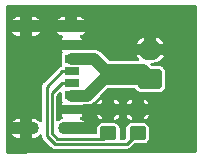
<source format=gtl>
G04 #@! TF.GenerationSoftware,KiCad,Pcbnew,(6.0.0)*
G04 #@! TF.CreationDate,2023-03-26T21:44:28-04:00*
G04 #@! TF.ProjectId,stroboscope_usb_c_0v1,7374726f-626f-4736-936f-70655f757362,rev?*
G04 #@! TF.SameCoordinates,Original*
G04 #@! TF.FileFunction,Copper,L1,Top*
G04 #@! TF.FilePolarity,Positive*
%FSLAX46Y46*%
G04 Gerber Fmt 4.6, Leading zero omitted, Abs format (unit mm)*
G04 Created by KiCad (PCBNEW (6.0.0)) date 2023-03-26 21:44:28*
%MOMM*%
%LPD*%
G01*
G04 APERTURE LIST*
G04 Aperture macros list*
%AMRoundRect*
0 Rectangle with rounded corners*
0 $1 Rounding radius*
0 $2 $3 $4 $5 $6 $7 $8 $9 X,Y pos of 4 corners*
0 Add a 4 corners polygon primitive as box body*
4,1,4,$2,$3,$4,$5,$6,$7,$8,$9,$2,$3,0*
0 Add four circle primitives for the rounded corners*
1,1,$1+$1,$2,$3*
1,1,$1+$1,$4,$5*
1,1,$1+$1,$6,$7*
1,1,$1+$1,$8,$9*
0 Add four rect primitives between the rounded corners*
20,1,$1+$1,$2,$3,$4,$5,0*
20,1,$1+$1,$4,$5,$6,$7,0*
20,1,$1+$1,$6,$7,$8,$9,0*
20,1,$1+$1,$8,$9,$2,$3,0*%
G04 Aperture macros list end*
G04 #@! TA.AperFunction,SMDPad,CuDef*
%ADD10RoundRect,0.250000X0.450000X-0.350000X0.450000X0.350000X-0.450000X0.350000X-0.450000X-0.350000X0*%
G04 #@! TD*
G04 #@! TA.AperFunction,SMDPad,CuDef*
%ADD11R,1.200000X0.700000*%
G04 #@! TD*
G04 #@! TA.AperFunction,SMDPad,CuDef*
%ADD12R,1.200000X0.760000*%
G04 #@! TD*
G04 #@! TA.AperFunction,SMDPad,CuDef*
%ADD13R,1.200000X0.800000*%
G04 #@! TD*
G04 #@! TA.AperFunction,ComponentPad*
%ADD14O,2.200000X1.100000*%
G04 #@! TD*
G04 #@! TA.AperFunction,ComponentPad*
%ADD15RoundRect,0.250000X0.750000X-0.600000X0.750000X0.600000X-0.750000X0.600000X-0.750000X-0.600000X0*%
G04 #@! TD*
G04 #@! TA.AperFunction,ComponentPad*
%ADD16O,2.000000X1.700000*%
G04 #@! TD*
G04 #@! TA.AperFunction,Conductor*
%ADD17C,0.250000*%
G04 #@! TD*
G04 #@! TA.AperFunction,Conductor*
%ADD18C,1.000000*%
G04 #@! TD*
G04 APERTURE END LIST*
D10*
X124764800Y-98332800D03*
X124764800Y-96332800D03*
X127254000Y-98332800D03*
X127254000Y-96332800D03*
D11*
X121680000Y-93100000D03*
D12*
X121680000Y-95120000D03*
D13*
X121680000Y-96350000D03*
D11*
X121680000Y-94100000D03*
D12*
X121680000Y-92080000D03*
D13*
X121680000Y-90850000D03*
D14*
X117800000Y-89280000D03*
X117800000Y-97920000D03*
X121600000Y-89280000D03*
X121600000Y-97920000D03*
D15*
X128317800Y-93756800D03*
D16*
X128317800Y-91256800D03*
D17*
X126329480Y-99257320D02*
X127254000Y-98332800D01*
X119540080Y-94389920D02*
X119540080Y-98559680D01*
X121680000Y-93100000D02*
X120830000Y-93100000D01*
X119540080Y-98559680D02*
X120237720Y-99257320D01*
X120237720Y-99257320D02*
X126329480Y-99257320D01*
X120830000Y-93100000D02*
X119540080Y-94389920D01*
D18*
X122979511Y-95149511D02*
X121680000Y-95149511D01*
X128317800Y-93756800D02*
X128317800Y-93598152D01*
X128317800Y-93598152D02*
X127683648Y-92964000D01*
X124372222Y-93756800D02*
X122979511Y-95149511D01*
X127683648Y-92964000D02*
X124510800Y-92964000D01*
X123597289Y-92050489D02*
X121680000Y-92050489D01*
X128317800Y-93756800D02*
X124372222Y-93756800D01*
X124510800Y-92964000D02*
X123597289Y-92050489D01*
D17*
X120435320Y-98794520D02*
X124303080Y-98794520D01*
X124303080Y-98794520D02*
X124764800Y-98332800D01*
X121680000Y-94100000D02*
X120830000Y-94100000D01*
X119989600Y-94940400D02*
X119989600Y-98348800D01*
X119989600Y-98348800D02*
X120435320Y-98794520D01*
X120830000Y-94100000D02*
X119989600Y-94940400D01*
G04 #@! TA.AperFunction,Conductor*
G36*
X132188121Y-87497602D02*
G01*
X132234614Y-87551258D01*
X132246000Y-87603600D01*
X132246000Y-99851225D01*
X132225998Y-99919346D01*
X132172342Y-99965839D01*
X132120762Y-99977223D01*
X119515506Y-100053388D01*
X116260761Y-100073054D01*
X116192521Y-100053464D01*
X116145705Y-100000090D01*
X116134000Y-99947056D01*
X116134000Y-98423237D01*
X116621358Y-98423237D01*
X116624783Y-98430738D01*
X116733701Y-98541961D01*
X116744560Y-98550818D01*
X116884324Y-98640889D01*
X116896877Y-98647121D01*
X117053127Y-98703991D01*
X117066742Y-98707284D01*
X117195130Y-98723503D01*
X117203020Y-98724000D01*
X117281885Y-98724000D01*
X117297124Y-98719525D01*
X117298329Y-98718135D01*
X117300000Y-98710452D01*
X117300000Y-98705885D01*
X118300000Y-98705885D01*
X118304475Y-98721124D01*
X118305865Y-98722329D01*
X118313548Y-98724000D01*
X118391828Y-98724000D01*
X118398852Y-98723607D01*
X118522253Y-98709766D01*
X118535906Y-98706664D01*
X118692938Y-98651979D01*
X118705571Y-98645926D01*
X118846589Y-98557809D01*
X118857562Y-98549112D01*
X118941926Y-98465335D01*
X119004357Y-98431528D01*
X119075155Y-98436840D01*
X119131841Y-98479585D01*
X119154754Y-98541675D01*
X119155760Y-98541556D01*
X119157684Y-98557809D01*
X119159707Y-98574903D01*
X119160057Y-98580834D01*
X119160152Y-98580826D01*
X119160580Y-98586004D01*
X119160580Y-98591204D01*
X119161434Y-98596333D01*
X119161434Y-98596336D01*
X119163749Y-98610245D01*
X119164586Y-98616123D01*
X119170610Y-98667021D01*
X119174573Y-98675273D01*
X119176076Y-98684306D01*
X119181023Y-98693475D01*
X119181024Y-98693477D01*
X119194329Y-98718135D01*
X119199188Y-98727139D01*
X119200414Y-98729412D01*
X119203111Y-98734705D01*
X119221865Y-98773762D01*
X119221868Y-98773766D01*
X119225299Y-98780912D01*
X119228894Y-98785188D01*
X119230817Y-98787111D01*
X119232589Y-98789043D01*
X119232632Y-98789122D01*
X119232508Y-98789235D01*
X119232984Y-98789775D01*
X119236070Y-98795494D01*
X119243715Y-98802561D01*
X119275666Y-98832096D01*
X119279232Y-98835526D01*
X119931242Y-99487536D01*
X119946384Y-99506284D01*
X119947499Y-99507509D01*
X119953149Y-99516260D01*
X119961327Y-99522707D01*
X119961329Y-99522709D01*
X119979520Y-99537049D01*
X119983961Y-99540995D01*
X119984023Y-99540922D01*
X119987987Y-99544281D01*
X119991664Y-99547958D01*
X120007412Y-99559212D01*
X120012082Y-99562718D01*
X120052367Y-99594476D01*
X120061001Y-99597508D01*
X120068454Y-99602834D01*
X120117570Y-99617523D01*
X120123212Y-99619356D01*
X120163919Y-99633651D01*
X120171571Y-99636338D01*
X120177136Y-99636820D01*
X120179844Y-99636820D01*
X120182478Y-99636934D01*
X120182576Y-99636963D01*
X120182569Y-99637127D01*
X120183273Y-99637171D01*
X120189498Y-99639033D01*
X120243355Y-99636917D01*
X120248302Y-99636820D01*
X126275560Y-99636820D01*
X126299508Y-99639369D01*
X126301173Y-99639448D01*
X126311356Y-99641640D01*
X126321697Y-99640416D01*
X126344703Y-99637693D01*
X126350634Y-99637343D01*
X126350626Y-99637248D01*
X126355804Y-99636820D01*
X126361004Y-99636820D01*
X126366133Y-99635966D01*
X126366136Y-99635966D01*
X126380045Y-99633651D01*
X126385923Y-99632814D01*
X126426481Y-99628014D01*
X126426482Y-99628014D01*
X126436821Y-99626790D01*
X126445073Y-99622827D01*
X126454106Y-99621324D01*
X126463275Y-99616377D01*
X126463277Y-99616376D01*
X126499212Y-99596986D01*
X126504505Y-99594289D01*
X126543562Y-99575535D01*
X126543566Y-99575532D01*
X126550712Y-99572101D01*
X126554988Y-99568506D01*
X126556911Y-99566583D01*
X126558843Y-99564811D01*
X126558922Y-99564768D01*
X126559035Y-99564892D01*
X126559575Y-99564416D01*
X126565294Y-99561330D01*
X126601897Y-99521733D01*
X126605326Y-99518168D01*
X126899289Y-99224205D01*
X126961601Y-99190179D01*
X126988384Y-99187300D01*
X127751756Y-99187300D01*
X127755153Y-99186931D01*
X127805597Y-99181451D01*
X127805598Y-99181451D01*
X127813448Y-99180598D01*
X127820841Y-99177826D01*
X127820843Y-99177826D01*
X127859046Y-99163504D01*
X127948764Y-99129871D01*
X127955943Y-99124491D01*
X127955946Y-99124489D01*
X128057224Y-99048585D01*
X128064404Y-99043204D01*
X128079713Y-99022777D01*
X128145689Y-98934746D01*
X128145691Y-98934743D01*
X128151071Y-98927564D01*
X128201798Y-98792248D01*
X128208500Y-98730556D01*
X128208500Y-97935044D01*
X128201798Y-97873352D01*
X128151071Y-97738036D01*
X128145691Y-97730857D01*
X128145689Y-97730854D01*
X128069785Y-97629576D01*
X128064404Y-97622396D01*
X127962469Y-97546000D01*
X127955946Y-97541111D01*
X127955943Y-97541109D01*
X127948764Y-97535729D01*
X127859046Y-97502096D01*
X127820843Y-97487774D01*
X127820841Y-97487774D01*
X127813448Y-97485002D01*
X127805598Y-97484149D01*
X127805597Y-97484149D01*
X127755153Y-97478669D01*
X127755152Y-97478669D01*
X127751756Y-97478300D01*
X126756244Y-97478300D01*
X126752848Y-97478669D01*
X126752847Y-97478669D01*
X126702403Y-97484149D01*
X126702402Y-97484149D01*
X126694552Y-97485002D01*
X126687159Y-97487774D01*
X126687157Y-97487774D01*
X126648954Y-97502096D01*
X126559236Y-97535729D01*
X126552057Y-97541109D01*
X126552054Y-97541111D01*
X126545531Y-97546000D01*
X126443596Y-97622396D01*
X126438215Y-97629576D01*
X126362311Y-97730854D01*
X126362309Y-97730857D01*
X126356929Y-97738036D01*
X126306202Y-97873352D01*
X126299500Y-97935044D01*
X126299500Y-98698416D01*
X126279498Y-98766537D01*
X126262595Y-98787511D01*
X126209191Y-98840915D01*
X126146879Y-98874941D01*
X126120096Y-98877820D01*
X125843731Y-98877820D01*
X125775610Y-98857818D01*
X125729117Y-98804162D01*
X125718468Y-98738210D01*
X125719300Y-98730556D01*
X125719300Y-97935044D01*
X125712598Y-97873352D01*
X125661871Y-97738036D01*
X125656491Y-97730857D01*
X125656489Y-97730854D01*
X125580585Y-97629576D01*
X125575204Y-97622396D01*
X125473269Y-97546000D01*
X125466746Y-97541111D01*
X125466743Y-97541109D01*
X125459564Y-97535729D01*
X125369846Y-97502096D01*
X125331643Y-97487774D01*
X125331641Y-97487774D01*
X125324248Y-97485002D01*
X125316398Y-97484149D01*
X125316397Y-97484149D01*
X125265953Y-97478669D01*
X125265952Y-97478669D01*
X125262556Y-97478300D01*
X124267044Y-97478300D01*
X124263648Y-97478669D01*
X124263647Y-97478669D01*
X124213203Y-97484149D01*
X124213202Y-97484149D01*
X124205352Y-97485002D01*
X124197959Y-97487774D01*
X124197957Y-97487774D01*
X124159754Y-97502096D01*
X124070036Y-97535729D01*
X124062857Y-97541109D01*
X124062854Y-97541111D01*
X124056331Y-97546000D01*
X123954396Y-97622396D01*
X123949015Y-97629576D01*
X123873111Y-97730854D01*
X123873109Y-97730857D01*
X123867729Y-97738036D01*
X123817002Y-97873352D01*
X123810300Y-97935044D01*
X123810300Y-98289020D01*
X123790298Y-98357141D01*
X123736642Y-98403634D01*
X123684300Y-98415020D01*
X121226000Y-98415020D01*
X121157879Y-98395018D01*
X121111386Y-98341362D01*
X121100000Y-98289020D01*
X121100000Y-97546000D01*
X121120002Y-97477879D01*
X121173658Y-97431386D01*
X121226000Y-97420000D01*
X122767617Y-97420000D01*
X122778642Y-97416763D01*
X122775217Y-97409262D01*
X122666299Y-97298039D01*
X122655440Y-97289182D01*
X122515676Y-97199111D01*
X122503123Y-97192879D01*
X122459198Y-97176892D01*
X122402026Y-97134798D01*
X122376688Y-97068477D01*
X122391229Y-96998985D01*
X122432292Y-96953725D01*
X122452808Y-96940017D01*
X122470017Y-96922808D01*
X122512368Y-96859425D01*
X122519279Y-96842740D01*
X123836464Y-96842740D01*
X123865022Y-96918919D01*
X123873554Y-96934504D01*
X123949372Y-97035667D01*
X123961933Y-97048228D01*
X124063096Y-97124046D01*
X124078682Y-97132578D01*
X124198059Y-97177331D01*
X124213317Y-97180959D01*
X124246789Y-97184595D01*
X124261382Y-97181978D01*
X124264800Y-97169547D01*
X124264800Y-97168435D01*
X125264800Y-97168435D01*
X125268976Y-97182658D01*
X125281707Y-97184714D01*
X125316283Y-97180958D01*
X125331540Y-97177331D01*
X125450918Y-97132578D01*
X125466504Y-97124046D01*
X125567667Y-97048228D01*
X125580228Y-97035667D01*
X125656046Y-96934504D01*
X125664578Y-96918919D01*
X125690502Y-96849764D01*
X125691016Y-96842740D01*
X126325664Y-96842740D01*
X126354222Y-96918919D01*
X126362754Y-96934504D01*
X126438572Y-97035667D01*
X126451133Y-97048228D01*
X126552296Y-97124046D01*
X126567882Y-97132578D01*
X126687259Y-97177331D01*
X126702517Y-97180959D01*
X126735989Y-97184595D01*
X126750582Y-97181978D01*
X126754000Y-97169547D01*
X126754000Y-97168435D01*
X127754000Y-97168435D01*
X127758176Y-97182658D01*
X127770907Y-97184714D01*
X127805483Y-97180958D01*
X127820740Y-97177331D01*
X127940118Y-97132578D01*
X127955704Y-97124046D01*
X128056867Y-97048228D01*
X128069428Y-97035667D01*
X128145246Y-96934504D01*
X128153778Y-96918919D01*
X128179702Y-96849764D01*
X128180732Y-96835698D01*
X128175446Y-96832800D01*
X127772115Y-96832800D01*
X127756876Y-96837275D01*
X127755671Y-96838665D01*
X127754000Y-96846348D01*
X127754000Y-97168435D01*
X126754000Y-97168435D01*
X126754000Y-96850915D01*
X126749525Y-96835676D01*
X126748135Y-96834471D01*
X126740452Y-96832800D01*
X126340053Y-96832800D01*
X126326522Y-96836773D01*
X126325664Y-96842740D01*
X125691016Y-96842740D01*
X125691532Y-96835698D01*
X125686246Y-96832800D01*
X125282915Y-96832800D01*
X125267676Y-96837275D01*
X125266471Y-96838665D01*
X125264800Y-96846348D01*
X125264800Y-97168435D01*
X124264800Y-97168435D01*
X124264800Y-96850915D01*
X124260325Y-96835676D01*
X124258935Y-96834471D01*
X124251252Y-96832800D01*
X123850853Y-96832800D01*
X123837322Y-96836773D01*
X123836464Y-96842740D01*
X122519279Y-96842740D01*
X122521684Y-96836934D01*
X122532793Y-96781085D01*
X122534000Y-96768830D01*
X122534000Y-96768115D01*
X122529525Y-96752876D01*
X122528135Y-96751671D01*
X122520452Y-96750000D01*
X120844116Y-96750000D01*
X120828877Y-96754475D01*
X120827672Y-96755865D01*
X120826001Y-96763548D01*
X120826001Y-96768828D01*
X120827209Y-96781088D01*
X120838315Y-96836931D01*
X120847633Y-96859427D01*
X120889983Y-96922808D01*
X120897417Y-96930242D01*
X120931443Y-96992554D01*
X120926378Y-97063369D01*
X120883831Y-97120205D01*
X120849760Y-97138328D01*
X120707060Y-97188022D01*
X120694428Y-97194074D01*
X120561870Y-97276905D01*
X120493501Y-97296041D01*
X120425639Y-97275176D01*
X120379831Y-97220934D01*
X120369100Y-97170051D01*
X120369100Y-95149784D01*
X120389102Y-95081663D01*
X120406005Y-95060689D01*
X120610405Y-94856289D01*
X120672717Y-94822263D01*
X120743532Y-94827328D01*
X120800368Y-94869875D01*
X120825179Y-94936395D01*
X120825500Y-94945384D01*
X120825501Y-95480886D01*
X120825501Y-95525066D01*
X120840266Y-95599301D01*
X120847161Y-95609621D01*
X120847162Y-95609622D01*
X120877782Y-95655448D01*
X120898997Y-95723201D01*
X120877782Y-95795452D01*
X120847632Y-95840574D01*
X120838316Y-95863066D01*
X120827207Y-95918915D01*
X120826000Y-95931170D01*
X120826000Y-95931885D01*
X120830475Y-95947124D01*
X120831865Y-95948329D01*
X120839548Y-95950000D01*
X122515884Y-95950000D01*
X122533628Y-95944790D01*
X122589140Y-95909115D01*
X122624638Y-95904011D01*
X122912746Y-95904011D01*
X122931696Y-95905444D01*
X122945766Y-95907585D01*
X122945770Y-95907585D01*
X122953000Y-95908685D01*
X122960291Y-95908092D01*
X122960294Y-95908092D01*
X123005359Y-95904426D01*
X123015574Y-95904011D01*
X123023564Y-95904011D01*
X123030813Y-95903166D01*
X123051624Y-95900740D01*
X123055998Y-95900307D01*
X123121060Y-95895015D01*
X123121063Y-95895014D01*
X123128358Y-95894421D01*
X123135320Y-95892166D01*
X123141188Y-95890993D01*
X123146995Y-95889621D01*
X123154265Y-95888773D01*
X123222571Y-95863979D01*
X123226674Y-95862571D01*
X123295733Y-95840199D01*
X123301990Y-95836402D01*
X123307437Y-95833909D01*
X123312765Y-95831241D01*
X123316453Y-95829902D01*
X123838068Y-95829902D01*
X123843354Y-95832800D01*
X124246685Y-95832800D01*
X124261924Y-95828325D01*
X124263129Y-95826935D01*
X124264800Y-95819252D01*
X124264800Y-95814685D01*
X125264800Y-95814685D01*
X125269275Y-95829924D01*
X125270665Y-95831129D01*
X125278348Y-95832800D01*
X125678747Y-95832800D01*
X125688617Y-95829902D01*
X126327268Y-95829902D01*
X126332554Y-95832800D01*
X126735885Y-95832800D01*
X126751124Y-95828325D01*
X126752329Y-95826935D01*
X126754000Y-95819252D01*
X126754000Y-95814685D01*
X127754000Y-95814685D01*
X127758475Y-95829924D01*
X127759865Y-95831129D01*
X127767548Y-95832800D01*
X128167947Y-95832800D01*
X128181478Y-95828827D01*
X128182336Y-95822860D01*
X128153778Y-95746681D01*
X128145246Y-95731096D01*
X128069428Y-95629933D01*
X128056867Y-95617372D01*
X127955704Y-95541554D01*
X127940118Y-95533022D01*
X127820741Y-95488269D01*
X127805483Y-95484641D01*
X127772011Y-95481005D01*
X127757418Y-95483622D01*
X127754000Y-95496053D01*
X127754000Y-95814685D01*
X126754000Y-95814685D01*
X126754000Y-95497165D01*
X126749824Y-95482942D01*
X126737093Y-95480886D01*
X126702517Y-95484642D01*
X126687260Y-95488269D01*
X126567882Y-95533022D01*
X126552296Y-95541554D01*
X126451133Y-95617372D01*
X126438572Y-95629933D01*
X126362754Y-95731096D01*
X126354222Y-95746681D01*
X126328298Y-95815836D01*
X126327268Y-95829902D01*
X125688617Y-95829902D01*
X125692278Y-95828827D01*
X125693136Y-95822860D01*
X125664578Y-95746681D01*
X125656046Y-95731096D01*
X125580228Y-95629933D01*
X125567667Y-95617372D01*
X125466504Y-95541554D01*
X125450918Y-95533022D01*
X125331541Y-95488269D01*
X125316283Y-95484641D01*
X125282811Y-95481005D01*
X125268218Y-95483622D01*
X125264800Y-95496053D01*
X125264800Y-95814685D01*
X124264800Y-95814685D01*
X124264800Y-95497165D01*
X124260624Y-95482942D01*
X124247893Y-95480886D01*
X124213317Y-95484642D01*
X124198060Y-95488269D01*
X124078682Y-95533022D01*
X124063096Y-95541554D01*
X123961933Y-95617372D01*
X123949372Y-95629933D01*
X123873554Y-95731096D01*
X123865022Y-95746681D01*
X123839098Y-95815836D01*
X123838068Y-95829902D01*
X123316453Y-95829902D01*
X123319645Y-95828743D01*
X123380360Y-95788937D01*
X123384070Y-95786596D01*
X123441349Y-95751838D01*
X123441351Y-95751836D01*
X123446144Y-95748928D01*
X123454485Y-95741562D01*
X123454507Y-95741587D01*
X123457552Y-95738887D01*
X123460657Y-95736291D01*
X123466779Y-95732277D01*
X123519727Y-95676384D01*
X123522104Y-95673943D01*
X124046263Y-95149784D01*
X124647841Y-94548205D01*
X124710153Y-94514180D01*
X124736936Y-94511300D01*
X126999563Y-94511300D01*
X127067684Y-94531302D01*
X127114177Y-94584958D01*
X127117544Y-94593069D01*
X127117577Y-94593158D01*
X127117579Y-94593162D01*
X127120729Y-94601564D01*
X127126109Y-94608743D01*
X127126111Y-94608746D01*
X127150059Y-94640699D01*
X127207396Y-94717204D01*
X127214576Y-94722585D01*
X127315854Y-94798489D01*
X127315857Y-94798491D01*
X127323036Y-94803871D01*
X127412754Y-94837504D01*
X127450957Y-94851826D01*
X127450959Y-94851826D01*
X127458352Y-94854598D01*
X127466202Y-94855451D01*
X127466203Y-94855451D01*
X127516647Y-94860931D01*
X127520044Y-94861300D01*
X129115556Y-94861300D01*
X129118953Y-94860931D01*
X129169397Y-94855451D01*
X129169398Y-94855451D01*
X129177248Y-94854598D01*
X129184641Y-94851826D01*
X129184643Y-94851826D01*
X129222846Y-94837504D01*
X129312564Y-94803871D01*
X129319743Y-94798491D01*
X129319746Y-94798489D01*
X129421024Y-94722585D01*
X129428204Y-94717204D01*
X129485541Y-94640699D01*
X129509489Y-94608746D01*
X129509491Y-94608743D01*
X129514871Y-94601564D01*
X129565598Y-94466248D01*
X129572300Y-94404556D01*
X129572300Y-93109044D01*
X129565598Y-93047352D01*
X129514871Y-92912036D01*
X129509491Y-92904857D01*
X129509489Y-92904854D01*
X129433585Y-92803576D01*
X129428204Y-92796396D01*
X129383701Y-92763043D01*
X129319746Y-92715111D01*
X129319743Y-92715109D01*
X129312564Y-92709729D01*
X129222846Y-92676096D01*
X129184643Y-92661774D01*
X129184641Y-92661774D01*
X129177248Y-92659002D01*
X129169398Y-92658149D01*
X129169397Y-92658149D01*
X129118953Y-92652669D01*
X129118952Y-92652669D01*
X129115556Y-92652300D01*
X128491162Y-92652300D01*
X128423041Y-92632298D01*
X128402067Y-92615395D01*
X128362567Y-92575895D01*
X128328541Y-92513583D01*
X128333606Y-92442768D01*
X128376153Y-92385932D01*
X128442673Y-92361121D01*
X128451662Y-92360800D01*
X128517444Y-92360800D01*
X128523421Y-92360515D01*
X128671534Y-92346384D01*
X128683272Y-92344124D01*
X128873891Y-92288202D01*
X128884994Y-92283761D01*
X129061607Y-92192800D01*
X129071653Y-92186350D01*
X129227886Y-92063629D01*
X129236535Y-92055392D01*
X129366744Y-91905338D01*
X129373673Y-91895625D01*
X129444915Y-91772480D01*
X129448251Y-91758780D01*
X129446977Y-91757775D01*
X129441928Y-91756800D01*
X127200485Y-91756800D01*
X127186954Y-91760773D01*
X127186287Y-91765415D01*
X127203912Y-91804179D01*
X127209859Y-91814521D01*
X127324810Y-91976572D01*
X127332603Y-91985600D01*
X127339791Y-91992481D01*
X127375168Y-92054036D01*
X127371649Y-92124946D01*
X127330353Y-92182696D01*
X127264390Y-92208953D01*
X127252661Y-92209500D01*
X124875514Y-92209500D01*
X124807393Y-92189498D01*
X124786419Y-92172595D01*
X124178013Y-91564189D01*
X124165626Y-91549776D01*
X124157193Y-91538317D01*
X124152852Y-91532418D01*
X124112810Y-91498400D01*
X124105294Y-91491470D01*
X124099651Y-91485827D01*
X124077491Y-91468295D01*
X124074105Y-91465519D01*
X124024347Y-91423246D01*
X124024348Y-91423246D01*
X124018769Y-91418507D01*
X124012249Y-91415178D01*
X124007271Y-91411858D01*
X124002198Y-91408725D01*
X123996456Y-91404182D01*
X123930672Y-91373436D01*
X123926722Y-91371505D01*
X123868596Y-91341825D01*
X123862077Y-91338496D01*
X123854967Y-91336756D01*
X123849347Y-91334666D01*
X123843696Y-91332786D01*
X123837067Y-91329688D01*
X123829903Y-91328198D01*
X123829900Y-91328197D01*
X123789794Y-91319856D01*
X123765975Y-91314902D01*
X123761716Y-91313938D01*
X123691181Y-91296678D01*
X123685584Y-91296331D01*
X123685579Y-91296330D01*
X123680075Y-91295989D01*
X123680077Y-91295955D01*
X123676018Y-91295712D01*
X123671984Y-91295352D01*
X123664816Y-91293861D01*
X123657499Y-91294059D01*
X123587874Y-91295943D01*
X123584466Y-91295989D01*
X122626276Y-91295989D01*
X122558155Y-91275987D01*
X122543764Y-91265213D01*
X122528136Y-91251672D01*
X122520452Y-91250000D01*
X120844116Y-91250000D01*
X120828877Y-91254475D01*
X120827672Y-91255865D01*
X120826001Y-91263548D01*
X120826001Y-91268828D01*
X120827209Y-91281088D01*
X120838315Y-91336931D01*
X120847633Y-91359427D01*
X120877782Y-91404548D01*
X120898997Y-91472301D01*
X120877782Y-91544552D01*
X120847161Y-91590379D01*
X120847160Y-91590382D01*
X120840266Y-91600699D01*
X120825500Y-91674933D01*
X120825501Y-92485066D01*
X120840266Y-92559301D01*
X120841886Y-92561725D01*
X120848769Y-92625777D01*
X120816987Y-92689263D01*
X120755928Y-92725488D01*
X120739582Y-92728528D01*
X120732998Y-92729307D01*
X120732996Y-92729307D01*
X120722659Y-92730531D01*
X120714410Y-92734492D01*
X120705374Y-92735996D01*
X120696205Y-92740943D01*
X120696203Y-92740944D01*
X120660240Y-92760348D01*
X120654951Y-92763043D01*
X120615915Y-92781788D01*
X120608768Y-92785220D01*
X120604492Y-92788814D01*
X120602552Y-92790754D01*
X120600641Y-92792507D01*
X120600551Y-92792556D01*
X120600439Y-92792433D01*
X120599904Y-92792905D01*
X120594186Y-92795990D01*
X120587119Y-92803635D01*
X120557584Y-92835586D01*
X120554154Y-92839152D01*
X119309864Y-94083442D01*
X119291116Y-94098584D01*
X119289891Y-94099699D01*
X119281140Y-94105349D01*
X119274693Y-94113527D01*
X119274691Y-94113529D01*
X119260351Y-94131720D01*
X119256405Y-94136161D01*
X119256478Y-94136223D01*
X119253119Y-94140187D01*
X119249442Y-94143864D01*
X119238188Y-94159612D01*
X119234682Y-94164282D01*
X119202924Y-94204567D01*
X119199892Y-94213201D01*
X119194566Y-94220654D01*
X119191581Y-94230635D01*
X119179879Y-94269764D01*
X119178044Y-94275412D01*
X119161062Y-94323771D01*
X119160580Y-94329336D01*
X119160580Y-94332044D01*
X119160466Y-94334678D01*
X119160437Y-94334776D01*
X119160273Y-94334769D01*
X119160229Y-94335473D01*
X119158367Y-94341698D01*
X119158776Y-94352103D01*
X119160483Y-94395555D01*
X119160580Y-94400502D01*
X119160580Y-97289795D01*
X119140578Y-97357916D01*
X119086922Y-97404409D01*
X119016648Y-97414513D01*
X118952068Y-97385019D01*
X118944556Y-97377952D01*
X118866299Y-97298039D01*
X118855440Y-97289182D01*
X118715676Y-97199111D01*
X118703123Y-97192879D01*
X118546873Y-97136009D01*
X118533258Y-97132716D01*
X118404870Y-97116497D01*
X118396980Y-97116000D01*
X118318115Y-97116000D01*
X118302876Y-97120475D01*
X118301671Y-97121865D01*
X118300000Y-97129548D01*
X118300000Y-98705885D01*
X117300000Y-98705885D01*
X117300000Y-98438115D01*
X117295525Y-98422876D01*
X117294135Y-98421671D01*
X117286452Y-98420000D01*
X116632383Y-98420000D01*
X116621358Y-98423237D01*
X116134000Y-98423237D01*
X116134000Y-97418257D01*
X116620831Y-97418257D01*
X116621021Y-97418420D01*
X116628386Y-97420000D01*
X117281885Y-97420000D01*
X117297124Y-97415525D01*
X117298329Y-97414135D01*
X117300000Y-97406452D01*
X117300000Y-97134115D01*
X117295525Y-97118876D01*
X117294135Y-97117671D01*
X117286452Y-97116000D01*
X117208172Y-97116000D01*
X117201148Y-97116393D01*
X117077747Y-97130234D01*
X117064094Y-97133336D01*
X116907062Y-97188021D01*
X116894429Y-97194074D01*
X116753411Y-97282191D01*
X116742439Y-97290888D01*
X116624445Y-97408061D01*
X116623382Y-97409382D01*
X116620831Y-97418257D01*
X116134000Y-97418257D01*
X116134000Y-90754820D01*
X127187349Y-90754820D01*
X127188623Y-90755825D01*
X127193672Y-90756800D01*
X127799685Y-90756800D01*
X127814924Y-90752325D01*
X127816129Y-90750935D01*
X127817800Y-90743252D01*
X127817800Y-90738685D01*
X128817800Y-90738685D01*
X128822275Y-90753924D01*
X128823665Y-90755129D01*
X128831348Y-90756800D01*
X129435115Y-90756800D01*
X129448646Y-90752827D01*
X129449313Y-90748185D01*
X129431688Y-90709421D01*
X129425741Y-90699079D01*
X129310790Y-90537028D01*
X129302997Y-90528000D01*
X129159479Y-90390611D01*
X129150114Y-90383215D01*
X128983208Y-90275445D01*
X128972612Y-90269952D01*
X128834603Y-90214334D01*
X128820568Y-90212961D01*
X128817800Y-90217729D01*
X128817800Y-90738685D01*
X127817800Y-90738685D01*
X127817800Y-90227058D01*
X127813827Y-90213527D01*
X127806006Y-90212403D01*
X127761693Y-90225403D01*
X127750617Y-90229833D01*
X127573993Y-90320800D01*
X127563947Y-90327250D01*
X127407714Y-90449971D01*
X127399065Y-90458208D01*
X127268856Y-90608262D01*
X127261927Y-90617975D01*
X127190685Y-90741120D01*
X127187349Y-90754820D01*
X116134000Y-90754820D01*
X116134000Y-89783237D01*
X116621358Y-89783237D01*
X116624783Y-89790738D01*
X116733701Y-89901961D01*
X116744560Y-89910818D01*
X116884324Y-90000889D01*
X116896877Y-90007121D01*
X117053127Y-90063991D01*
X117066742Y-90067284D01*
X117195130Y-90083503D01*
X117203020Y-90084000D01*
X117281885Y-90084000D01*
X117297124Y-90079525D01*
X117298329Y-90078135D01*
X117300000Y-90070452D01*
X117300000Y-90065885D01*
X118300000Y-90065885D01*
X118304475Y-90081124D01*
X118305865Y-90082329D01*
X118313548Y-90084000D01*
X118391828Y-90084000D01*
X118398852Y-90083607D01*
X118522253Y-90069766D01*
X118535906Y-90066664D01*
X118692938Y-90011979D01*
X118705571Y-90005926D01*
X118846589Y-89917809D01*
X118857561Y-89909112D01*
X118975555Y-89791939D01*
X118976618Y-89790618D01*
X118978740Y-89783237D01*
X120421358Y-89783237D01*
X120424783Y-89790738D01*
X120533701Y-89901961D01*
X120544560Y-89910818D01*
X120684324Y-90000889D01*
X120696877Y-90007121D01*
X120850605Y-90063073D01*
X120907777Y-90105167D01*
X120933115Y-90171488D01*
X120918574Y-90240980D01*
X120896606Y-90270569D01*
X120889983Y-90277192D01*
X120847632Y-90340575D01*
X120838316Y-90363066D01*
X120827207Y-90418915D01*
X120826000Y-90431170D01*
X120826000Y-90431885D01*
X120830475Y-90447124D01*
X120831865Y-90448329D01*
X120839548Y-90450000D01*
X122515884Y-90450000D01*
X122531123Y-90445525D01*
X122532328Y-90444135D01*
X122533999Y-90436452D01*
X122533999Y-90431172D01*
X122532791Y-90418912D01*
X122521685Y-90363069D01*
X122512367Y-90340573D01*
X122470017Y-90277192D01*
X122452810Y-90259985D01*
X122432913Y-90246690D01*
X122387386Y-90192212D01*
X122378539Y-90121769D01*
X122409180Y-90057725D01*
X122461480Y-90022933D01*
X122492943Y-90011977D01*
X122505571Y-90005926D01*
X122646589Y-89917809D01*
X122657561Y-89909112D01*
X122775555Y-89791939D01*
X122776618Y-89790618D01*
X122779169Y-89781743D01*
X122778979Y-89781580D01*
X122771614Y-89780000D01*
X120432383Y-89780000D01*
X120421358Y-89783237D01*
X118978740Y-89783237D01*
X118979169Y-89781743D01*
X118978979Y-89781580D01*
X118971614Y-89780000D01*
X118318115Y-89780000D01*
X118302876Y-89784475D01*
X118301671Y-89785865D01*
X118300000Y-89793548D01*
X118300000Y-90065885D01*
X117300000Y-90065885D01*
X117300000Y-89798115D01*
X117295525Y-89782876D01*
X117294135Y-89781671D01*
X117286452Y-89780000D01*
X116632383Y-89780000D01*
X116621358Y-89783237D01*
X116134000Y-89783237D01*
X116134000Y-88778257D01*
X116620831Y-88778257D01*
X116621021Y-88778420D01*
X116628386Y-88780000D01*
X117281885Y-88780000D01*
X117297124Y-88775525D01*
X117298329Y-88774135D01*
X117300000Y-88766452D01*
X117300000Y-88761885D01*
X118300000Y-88761885D01*
X118304475Y-88777124D01*
X118305865Y-88778329D01*
X118313548Y-88780000D01*
X118967617Y-88780000D01*
X118973554Y-88778257D01*
X120420831Y-88778257D01*
X120421021Y-88778420D01*
X120428386Y-88780000D01*
X121081885Y-88780000D01*
X121097124Y-88775525D01*
X121098329Y-88774135D01*
X121100000Y-88766452D01*
X121100000Y-88761885D01*
X122100000Y-88761885D01*
X122104475Y-88777124D01*
X122105865Y-88778329D01*
X122113548Y-88780000D01*
X122767617Y-88780000D01*
X122778642Y-88776763D01*
X122775217Y-88769262D01*
X122666299Y-88658039D01*
X122655440Y-88649182D01*
X122515676Y-88559111D01*
X122503123Y-88552879D01*
X122346873Y-88496009D01*
X122333258Y-88492716D01*
X122204870Y-88476497D01*
X122196980Y-88476000D01*
X122118115Y-88476000D01*
X122102876Y-88480475D01*
X122101671Y-88481865D01*
X122100000Y-88489548D01*
X122100000Y-88761885D01*
X121100000Y-88761885D01*
X121100000Y-88494115D01*
X121095525Y-88478876D01*
X121094135Y-88477671D01*
X121086452Y-88476000D01*
X121008172Y-88476000D01*
X121001148Y-88476393D01*
X120877747Y-88490234D01*
X120864094Y-88493336D01*
X120707062Y-88548021D01*
X120694429Y-88554074D01*
X120553411Y-88642191D01*
X120542439Y-88650888D01*
X120424445Y-88768061D01*
X120423382Y-88769382D01*
X120420831Y-88778257D01*
X118973554Y-88778257D01*
X118978642Y-88776763D01*
X118975217Y-88769262D01*
X118866299Y-88658039D01*
X118855440Y-88649182D01*
X118715676Y-88559111D01*
X118703123Y-88552879D01*
X118546873Y-88496009D01*
X118533258Y-88492716D01*
X118404870Y-88476497D01*
X118396980Y-88476000D01*
X118318115Y-88476000D01*
X118302876Y-88480475D01*
X118301671Y-88481865D01*
X118300000Y-88489548D01*
X118300000Y-88761885D01*
X117300000Y-88761885D01*
X117300000Y-88494115D01*
X117295525Y-88478876D01*
X117294135Y-88477671D01*
X117286452Y-88476000D01*
X117208172Y-88476000D01*
X117201148Y-88476393D01*
X117077747Y-88490234D01*
X117064094Y-88493336D01*
X116907062Y-88548021D01*
X116894429Y-88554074D01*
X116753411Y-88642191D01*
X116742439Y-88650888D01*
X116624445Y-88768061D01*
X116623382Y-88769382D01*
X116620831Y-88778257D01*
X116134000Y-88778257D01*
X116134000Y-87603600D01*
X116154002Y-87535479D01*
X116207658Y-87488986D01*
X116260000Y-87477600D01*
X132120000Y-87477600D01*
X132188121Y-87497602D01*
G37*
G04 #@! TD.AperFunction*
M02*

</source>
